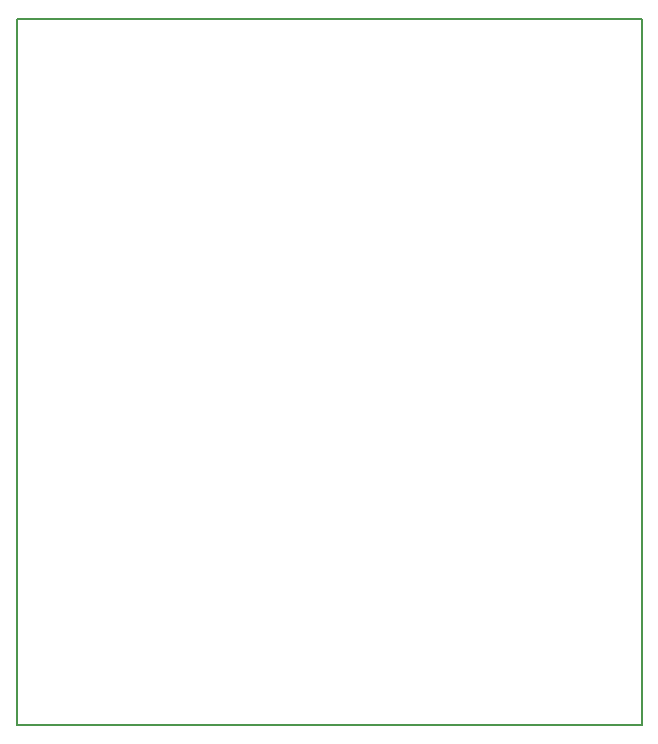
<source format=gbr>
G04 #@! TF.FileFunction,Other,User*
%FSLAX46Y46*%
G04 Gerber Fmt 4.6, Leading zero omitted, Abs format (unit mm)*
G04 Created by KiCad (PCBNEW 4.1.0-alpha+201606220816+6945~45~ubuntu14.04.1-product) date Thu Jun 23 11:47:33 2016*
%MOMM*%
%LPD*%
G01*
G04 APERTURE LIST*
%ADD10C,0.100000*%
%ADD11C,0.150000*%
G04 APERTURE END LIST*
D10*
D11*
X113792000Y-57023000D02*
X113919000Y-57023000D01*
X113792000Y-116840000D02*
X113792000Y-57023000D01*
X166751000Y-116840000D02*
X113792000Y-116840000D01*
X166751000Y-57023000D02*
X166751000Y-116840000D01*
X113919000Y-57023000D02*
X166751000Y-57023000D01*
M02*

</source>
